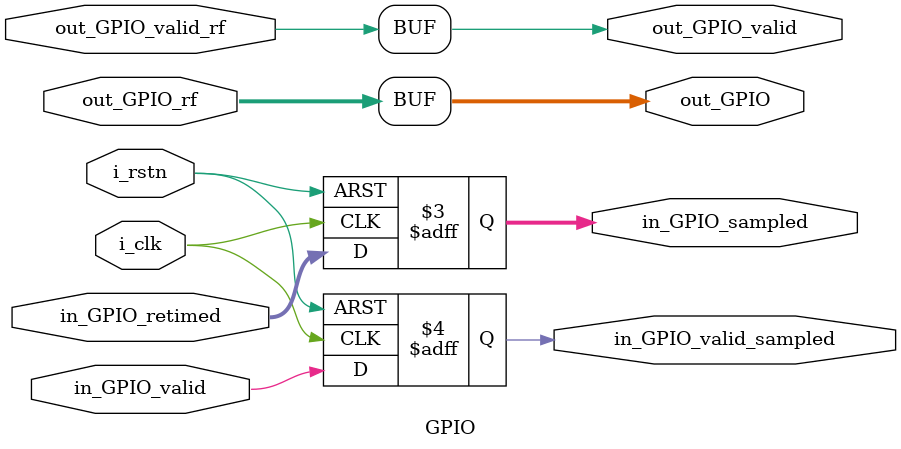
<source format=sv>
module GPIO(
    input               i_clk,
    input               i_rstn,
    input  [7:0]        in_GPIO_retimed,
    input               in_GPIO_valid,

    output logic [7:0]  in_GPIO_sampled,
    output logic        in_GPIO_valid_sampled,

    input  [7:0]        out_GPIO_rf,
    input               out_GPIO_valid_rf,
    output logic [7:0]  out_GPIO,
    output logic        out_GPIO_valid
);


always_ff @(negedge i_clk or negedge i_rstn)
    if(~i_rstn)
    begin
        in_GPIO_valid_sampled <= '0;
        in_GPIO_sampled <= '0;
    end
    else
    begin
        in_GPIO_valid_sampled <= in_GPIO_valid;
        in_GPIO_sampled <= in_GPIO_retimed;
    end


assign out_GPIO = out_GPIO_rf;
assign out_GPIO_valid = out_GPIO_valid_rf;

endmodule
</source>
